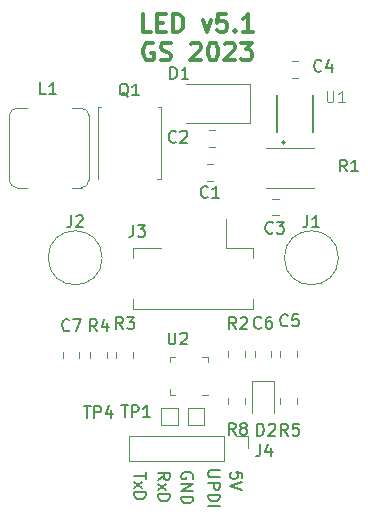
<source format=gbr>
%TF.GenerationSoftware,KiCad,Pcbnew,6.0.11-2627ca5db0~126~ubuntu22.04.1*%
%TF.CreationDate,2023-11-28T13:50:45+01:00*%
%TF.ProjectId,led_buck_3a,6c65645f-6275-4636-9b5f-33612e6b6963,rev?*%
%TF.SameCoordinates,Original*%
%TF.FileFunction,Legend,Top*%
%TF.FilePolarity,Positive*%
%FSLAX46Y46*%
G04 Gerber Fmt 4.6, Leading zero omitted, Abs format (unit mm)*
G04 Created by KiCad (PCBNEW 6.0.11-2627ca5db0~126~ubuntu22.04.1) date 2023-11-28 13:50:45*
%MOMM*%
%LPD*%
G01*
G04 APERTURE LIST*
%ADD10C,0.200000*%
%ADD11C,0.300000*%
%ADD12C,0.150000*%
%ADD13C,0.015000*%
%ADD14C,0.120000*%
%ADD15C,0.127000*%
G04 APERTURE END LIST*
D10*
X52257619Y-68006190D02*
X51448095Y-68006190D01*
X51352857Y-68053809D01*
X51305238Y-68101428D01*
X51257619Y-68196666D01*
X51257619Y-68387142D01*
X51305238Y-68482380D01*
X51352857Y-68530000D01*
X51448095Y-68577619D01*
X52257619Y-68577619D01*
X51257619Y-69053809D02*
X52257619Y-69053809D01*
X52257619Y-69434761D01*
X52210000Y-69530000D01*
X52162380Y-69577619D01*
X52067142Y-69625238D01*
X51924285Y-69625238D01*
X51829047Y-69577619D01*
X51781428Y-69530000D01*
X51733809Y-69434761D01*
X51733809Y-69053809D01*
X51257619Y-70053809D02*
X52257619Y-70053809D01*
X52257619Y-70291904D01*
X52210000Y-70434761D01*
X52114761Y-70530000D01*
X52019523Y-70577619D01*
X51829047Y-70625238D01*
X51686190Y-70625238D01*
X51495714Y-70577619D01*
X51400476Y-70530000D01*
X51305238Y-70434761D01*
X51257619Y-70291904D01*
X51257619Y-70053809D01*
X51257619Y-71053809D02*
X52257619Y-71053809D01*
X54137619Y-68669523D02*
X54137619Y-68193333D01*
X53661428Y-68145714D01*
X53709047Y-68193333D01*
X53756666Y-68288571D01*
X53756666Y-68526666D01*
X53709047Y-68621904D01*
X53661428Y-68669523D01*
X53566190Y-68717142D01*
X53328095Y-68717142D01*
X53232857Y-68669523D01*
X53185238Y-68621904D01*
X53137619Y-68526666D01*
X53137619Y-68288571D01*
X53185238Y-68193333D01*
X53232857Y-68145714D01*
X54137619Y-69002857D02*
X53137619Y-69336190D01*
X54137619Y-69669523D01*
D11*
X46457142Y-30871071D02*
X45742857Y-30871071D01*
X45742857Y-29371071D01*
X46957142Y-30085357D02*
X47457142Y-30085357D01*
X47671428Y-30871071D02*
X46957142Y-30871071D01*
X46957142Y-29371071D01*
X47671428Y-29371071D01*
X48314285Y-30871071D02*
X48314285Y-29371071D01*
X48671428Y-29371071D01*
X48885714Y-29442500D01*
X49028571Y-29585357D01*
X49100000Y-29728214D01*
X49171428Y-30013928D01*
X49171428Y-30228214D01*
X49100000Y-30513928D01*
X49028571Y-30656785D01*
X48885714Y-30799642D01*
X48671428Y-30871071D01*
X48314285Y-30871071D01*
X50814285Y-29871071D02*
X51171428Y-30871071D01*
X51528571Y-29871071D01*
X52814285Y-29371071D02*
X52100000Y-29371071D01*
X52028571Y-30085357D01*
X52100000Y-30013928D01*
X52242857Y-29942500D01*
X52600000Y-29942500D01*
X52742857Y-30013928D01*
X52814285Y-30085357D01*
X52885714Y-30228214D01*
X52885714Y-30585357D01*
X52814285Y-30728214D01*
X52742857Y-30799642D01*
X52600000Y-30871071D01*
X52242857Y-30871071D01*
X52100000Y-30799642D01*
X52028571Y-30728214D01*
X53528571Y-30728214D02*
X53600000Y-30799642D01*
X53528571Y-30871071D01*
X53457142Y-30799642D01*
X53528571Y-30728214D01*
X53528571Y-30871071D01*
X55028571Y-30871071D02*
X54171428Y-30871071D01*
X54600000Y-30871071D02*
X54600000Y-29371071D01*
X54457142Y-29585357D01*
X54314285Y-29728214D01*
X54171428Y-29799642D01*
X46600000Y-31857500D02*
X46457142Y-31786071D01*
X46242857Y-31786071D01*
X46028571Y-31857500D01*
X45885714Y-32000357D01*
X45814285Y-32143214D01*
X45742857Y-32428928D01*
X45742857Y-32643214D01*
X45814285Y-32928928D01*
X45885714Y-33071785D01*
X46028571Y-33214642D01*
X46242857Y-33286071D01*
X46385714Y-33286071D01*
X46600000Y-33214642D01*
X46671428Y-33143214D01*
X46671428Y-32643214D01*
X46385714Y-32643214D01*
X47242857Y-33214642D02*
X47457142Y-33286071D01*
X47814285Y-33286071D01*
X47957142Y-33214642D01*
X48028571Y-33143214D01*
X48100000Y-33000357D01*
X48100000Y-32857500D01*
X48028571Y-32714642D01*
X47957142Y-32643214D01*
X47814285Y-32571785D01*
X47528571Y-32500357D01*
X47385714Y-32428928D01*
X47314285Y-32357500D01*
X47242857Y-32214642D01*
X47242857Y-32071785D01*
X47314285Y-31928928D01*
X47385714Y-31857500D01*
X47528571Y-31786071D01*
X47885714Y-31786071D01*
X48100000Y-31857500D01*
X49814285Y-31928928D02*
X49885714Y-31857500D01*
X50028571Y-31786071D01*
X50385714Y-31786071D01*
X50528571Y-31857500D01*
X50600000Y-31928928D01*
X50671428Y-32071785D01*
X50671428Y-32214642D01*
X50600000Y-32428928D01*
X49742857Y-33286071D01*
X50671428Y-33286071D01*
X51600000Y-31786071D02*
X51742857Y-31786071D01*
X51885714Y-31857500D01*
X51957142Y-31928928D01*
X52028571Y-32071785D01*
X52100000Y-32357500D01*
X52100000Y-32714642D01*
X52028571Y-33000357D01*
X51957142Y-33143214D01*
X51885714Y-33214642D01*
X51742857Y-33286071D01*
X51600000Y-33286071D01*
X51457142Y-33214642D01*
X51385714Y-33143214D01*
X51314285Y-33000357D01*
X51242857Y-32714642D01*
X51242857Y-32357500D01*
X51314285Y-32071785D01*
X51385714Y-31928928D01*
X51457142Y-31857500D01*
X51600000Y-31786071D01*
X52671428Y-31928928D02*
X52742857Y-31857500D01*
X52885714Y-31786071D01*
X53242857Y-31786071D01*
X53385714Y-31857500D01*
X53457142Y-31928928D01*
X53528571Y-32071785D01*
X53528571Y-32214642D01*
X53457142Y-32428928D01*
X52600000Y-33286071D01*
X53528571Y-33286071D01*
X54028571Y-31786071D02*
X54957142Y-31786071D01*
X54457142Y-32357500D01*
X54671428Y-32357500D01*
X54814285Y-32428928D01*
X54885714Y-32500357D01*
X54957142Y-32643214D01*
X54957142Y-33000357D01*
X54885714Y-33143214D01*
X54814285Y-33214642D01*
X54671428Y-33286071D01*
X54242857Y-33286071D01*
X54100000Y-33214642D01*
X54028571Y-33143214D01*
D10*
X47017619Y-68794761D02*
X47493809Y-68461428D01*
X47017619Y-68223333D02*
X48017619Y-68223333D01*
X48017619Y-68604285D01*
X47970000Y-68699523D01*
X47922380Y-68747142D01*
X47827142Y-68794761D01*
X47684285Y-68794761D01*
X47589047Y-68747142D01*
X47541428Y-68699523D01*
X47493809Y-68604285D01*
X47493809Y-68223333D01*
X47017619Y-69128095D02*
X47684285Y-69651904D01*
X47684285Y-69128095D02*
X47017619Y-69651904D01*
X47017619Y-70032857D02*
X48017619Y-70032857D01*
X48017619Y-70270952D01*
X47970000Y-70413809D01*
X47874761Y-70509047D01*
X47779523Y-70556666D01*
X47589047Y-70604285D01*
X47446190Y-70604285D01*
X47255714Y-70556666D01*
X47160476Y-70509047D01*
X47065238Y-70413809D01*
X47017619Y-70270952D01*
X47017619Y-70032857D01*
X45997619Y-68159523D02*
X45997619Y-68730952D01*
X44997619Y-68445238D02*
X45997619Y-68445238D01*
X44997619Y-68969047D02*
X45664285Y-69492857D01*
X45664285Y-68969047D02*
X44997619Y-69492857D01*
X44997619Y-69873809D02*
X45997619Y-69873809D01*
X45997619Y-70111904D01*
X45950000Y-70254761D01*
X45854761Y-70350000D01*
X45759523Y-70397619D01*
X45569047Y-70445238D01*
X45426190Y-70445238D01*
X45235714Y-70397619D01*
X45140476Y-70350000D01*
X45045238Y-70254761D01*
X44997619Y-70111904D01*
X44997619Y-69873809D01*
X49940000Y-68698095D02*
X49987619Y-68602857D01*
X49987619Y-68460000D01*
X49940000Y-68317142D01*
X49844761Y-68221904D01*
X49749523Y-68174285D01*
X49559047Y-68126666D01*
X49416190Y-68126666D01*
X49225714Y-68174285D01*
X49130476Y-68221904D01*
X49035238Y-68317142D01*
X48987619Y-68460000D01*
X48987619Y-68555238D01*
X49035238Y-68698095D01*
X49082857Y-68745714D01*
X49416190Y-68745714D01*
X49416190Y-68555238D01*
X48987619Y-69174285D02*
X49987619Y-69174285D01*
X48987619Y-69745714D01*
X49987619Y-69745714D01*
X48987619Y-70221904D02*
X49987619Y-70221904D01*
X49987619Y-70460000D01*
X49940000Y-70602857D01*
X49844761Y-70698095D01*
X49749523Y-70745714D01*
X49559047Y-70793333D01*
X49416190Y-70793333D01*
X49225714Y-70745714D01*
X49130476Y-70698095D01*
X49035238Y-70602857D01*
X48987619Y-70460000D01*
X48987619Y-70221904D01*
D12*
%TO.C,C4*%
X60849333Y-34151142D02*
X60801714Y-34198761D01*
X60658857Y-34246380D01*
X60563619Y-34246380D01*
X60420761Y-34198761D01*
X60325523Y-34103523D01*
X60277904Y-34008285D01*
X60230285Y-33817809D01*
X60230285Y-33674952D01*
X60277904Y-33484476D01*
X60325523Y-33389238D01*
X60420761Y-33294000D01*
X60563619Y-33246380D01*
X60658857Y-33246380D01*
X60801714Y-33294000D01*
X60849333Y-33341619D01*
X61706476Y-33579714D02*
X61706476Y-34246380D01*
X61468380Y-33198761D02*
X61230285Y-33913047D01*
X61849333Y-33913047D01*
%TO.C,C5*%
X57993333Y-55707142D02*
X57945714Y-55754761D01*
X57802857Y-55802380D01*
X57707619Y-55802380D01*
X57564761Y-55754761D01*
X57469523Y-55659523D01*
X57421904Y-55564285D01*
X57374285Y-55373809D01*
X57374285Y-55230952D01*
X57421904Y-55040476D01*
X57469523Y-54945238D01*
X57564761Y-54850000D01*
X57707619Y-54802380D01*
X57802857Y-54802380D01*
X57945714Y-54850000D01*
X57993333Y-54897619D01*
X58898095Y-54802380D02*
X58421904Y-54802380D01*
X58374285Y-55278571D01*
X58421904Y-55230952D01*
X58517142Y-55183333D01*
X58755238Y-55183333D01*
X58850476Y-55230952D01*
X58898095Y-55278571D01*
X58945714Y-55373809D01*
X58945714Y-55611904D01*
X58898095Y-55707142D01*
X58850476Y-55754761D01*
X58755238Y-55802380D01*
X58517142Y-55802380D01*
X58421904Y-55754761D01*
X58374285Y-55707142D01*
%TO.C,D1*%
X48061904Y-34852380D02*
X48061904Y-33852380D01*
X48300000Y-33852380D01*
X48442857Y-33900000D01*
X48538095Y-33995238D01*
X48585714Y-34090476D01*
X48633333Y-34280952D01*
X48633333Y-34423809D01*
X48585714Y-34614285D01*
X48538095Y-34709523D01*
X48442857Y-34804761D01*
X48300000Y-34852380D01*
X48061904Y-34852380D01*
X49585714Y-34852380D02*
X49014285Y-34852380D01*
X49300000Y-34852380D02*
X49300000Y-33852380D01*
X49204761Y-33995238D01*
X49109523Y-34090476D01*
X49014285Y-34138095D01*
%TO.C,D2*%
X55421904Y-65052380D02*
X55421904Y-64052380D01*
X55660000Y-64052380D01*
X55802857Y-64100000D01*
X55898095Y-64195238D01*
X55945714Y-64290476D01*
X55993333Y-64480952D01*
X55993333Y-64623809D01*
X55945714Y-64814285D01*
X55898095Y-64909523D01*
X55802857Y-65004761D01*
X55660000Y-65052380D01*
X55421904Y-65052380D01*
X56374285Y-64147619D02*
X56421904Y-64100000D01*
X56517142Y-64052380D01*
X56755238Y-64052380D01*
X56850476Y-64100000D01*
X56898095Y-64147619D01*
X56945714Y-64242857D01*
X56945714Y-64338095D01*
X56898095Y-64480952D01*
X56326666Y-65052380D01*
X56945714Y-65052380D01*
%TO.C,R2*%
X53633333Y-56032380D02*
X53300000Y-55556190D01*
X53061904Y-56032380D02*
X53061904Y-55032380D01*
X53442857Y-55032380D01*
X53538095Y-55080000D01*
X53585714Y-55127619D01*
X53633333Y-55222857D01*
X53633333Y-55365714D01*
X53585714Y-55460952D01*
X53538095Y-55508571D01*
X53442857Y-55556190D01*
X53061904Y-55556190D01*
X54014285Y-55127619D02*
X54061904Y-55080000D01*
X54157142Y-55032380D01*
X54395238Y-55032380D01*
X54490476Y-55080000D01*
X54538095Y-55127619D01*
X54585714Y-55222857D01*
X54585714Y-55318095D01*
X54538095Y-55460952D01*
X53966666Y-56032380D01*
X54585714Y-56032380D01*
%TO.C,R3*%
X44044833Y-56033880D02*
X43711500Y-55557690D01*
X43473404Y-56033880D02*
X43473404Y-55033880D01*
X43854357Y-55033880D01*
X43949595Y-55081500D01*
X43997214Y-55129119D01*
X44044833Y-55224357D01*
X44044833Y-55367214D01*
X43997214Y-55462452D01*
X43949595Y-55510071D01*
X43854357Y-55557690D01*
X43473404Y-55557690D01*
X44378166Y-55033880D02*
X44997214Y-55033880D01*
X44663880Y-55414833D01*
X44806738Y-55414833D01*
X44901976Y-55462452D01*
X44949595Y-55510071D01*
X44997214Y-55605309D01*
X44997214Y-55843404D01*
X44949595Y-55938642D01*
X44901976Y-55986261D01*
X44806738Y-56033880D01*
X44521023Y-56033880D01*
X44425785Y-55986261D01*
X44378166Y-55938642D01*
%TO.C,R4*%
X41853333Y-56212380D02*
X41520000Y-55736190D01*
X41281904Y-56212380D02*
X41281904Y-55212380D01*
X41662857Y-55212380D01*
X41758095Y-55260000D01*
X41805714Y-55307619D01*
X41853333Y-55402857D01*
X41853333Y-55545714D01*
X41805714Y-55640952D01*
X41758095Y-55688571D01*
X41662857Y-55736190D01*
X41281904Y-55736190D01*
X42710476Y-55545714D02*
X42710476Y-56212380D01*
X42472380Y-55164761D02*
X42234285Y-55879047D01*
X42853333Y-55879047D01*
%TO.C,R5*%
X58023333Y-65054880D02*
X57690000Y-64578690D01*
X57451904Y-65054880D02*
X57451904Y-64054880D01*
X57832857Y-64054880D01*
X57928095Y-64102500D01*
X57975714Y-64150119D01*
X58023333Y-64245357D01*
X58023333Y-64388214D01*
X57975714Y-64483452D01*
X57928095Y-64531071D01*
X57832857Y-64578690D01*
X57451904Y-64578690D01*
X58928095Y-64054880D02*
X58451904Y-64054880D01*
X58404285Y-64531071D01*
X58451904Y-64483452D01*
X58547142Y-64435833D01*
X58785238Y-64435833D01*
X58880476Y-64483452D01*
X58928095Y-64531071D01*
X58975714Y-64626309D01*
X58975714Y-64864404D01*
X58928095Y-64959642D01*
X58880476Y-65007261D01*
X58785238Y-65054880D01*
X58547142Y-65054880D01*
X58451904Y-65007261D01*
X58404285Y-64959642D01*
%TO.C,U2*%
X47918095Y-56332380D02*
X47918095Y-57141904D01*
X47965714Y-57237142D01*
X48013333Y-57284761D01*
X48108571Y-57332380D01*
X48299047Y-57332380D01*
X48394285Y-57284761D01*
X48441904Y-57237142D01*
X48489523Y-57141904D01*
X48489523Y-56332380D01*
X48918095Y-56427619D02*
X48965714Y-56380000D01*
X49060952Y-56332380D01*
X49299047Y-56332380D01*
X49394285Y-56380000D01*
X49441904Y-56427619D01*
X49489523Y-56522857D01*
X49489523Y-56618095D01*
X49441904Y-56760952D01*
X48870476Y-57332380D01*
X49489523Y-57332380D01*
%TO.C,J3*%
X44916666Y-47222380D02*
X44916666Y-47936666D01*
X44869047Y-48079523D01*
X44773809Y-48174761D01*
X44630952Y-48222380D01*
X44535714Y-48222380D01*
X45297619Y-47222380D02*
X45916666Y-47222380D01*
X45583333Y-47603333D01*
X45726190Y-47603333D01*
X45821428Y-47650952D01*
X45869047Y-47698571D01*
X45916666Y-47793809D01*
X45916666Y-48031904D01*
X45869047Y-48127142D01*
X45821428Y-48174761D01*
X45726190Y-48222380D01*
X45440476Y-48222380D01*
X45345238Y-48174761D01*
X45297619Y-48127142D01*
D13*
%TO.C,U1*%
X61288095Y-35852380D02*
X61288095Y-36661904D01*
X61335714Y-36757142D01*
X61383333Y-36804761D01*
X61478571Y-36852380D01*
X61669047Y-36852380D01*
X61764285Y-36804761D01*
X61811904Y-36757142D01*
X61859523Y-36661904D01*
X61859523Y-35852380D01*
X62859523Y-36852380D02*
X62288095Y-36852380D01*
X62573809Y-36852380D02*
X62573809Y-35852380D01*
X62478571Y-35995238D01*
X62383333Y-36090476D01*
X62288095Y-36138095D01*
D12*
%TO.C,C6*%
X55747333Y-55901142D02*
X55699714Y-55948761D01*
X55556857Y-55996380D01*
X55461619Y-55996380D01*
X55318761Y-55948761D01*
X55223523Y-55853523D01*
X55175904Y-55758285D01*
X55128285Y-55567809D01*
X55128285Y-55424952D01*
X55175904Y-55234476D01*
X55223523Y-55139238D01*
X55318761Y-55044000D01*
X55461619Y-54996380D01*
X55556857Y-54996380D01*
X55699714Y-55044000D01*
X55747333Y-55091619D01*
X56604476Y-54996380D02*
X56414000Y-54996380D01*
X56318761Y-55044000D01*
X56271142Y-55091619D01*
X56175904Y-55234476D01*
X56128285Y-55424952D01*
X56128285Y-55805904D01*
X56175904Y-55901142D01*
X56223523Y-55948761D01*
X56318761Y-55996380D01*
X56509238Y-55996380D01*
X56604476Y-55948761D01*
X56652095Y-55901142D01*
X56699714Y-55805904D01*
X56699714Y-55567809D01*
X56652095Y-55472571D01*
X56604476Y-55424952D01*
X56509238Y-55377333D01*
X56318761Y-55377333D01*
X56223523Y-55424952D01*
X56175904Y-55472571D01*
X56128285Y-55567809D01*
%TO.C,L1*%
X37533333Y-36152380D02*
X37057142Y-36152380D01*
X37057142Y-35152380D01*
X38390476Y-36152380D02*
X37819047Y-36152380D01*
X38104761Y-36152380D02*
X38104761Y-35152380D01*
X38009523Y-35295238D01*
X37914285Y-35390476D01*
X37819047Y-35438095D01*
%TO.C,C1*%
X51233333Y-44837142D02*
X51185714Y-44884761D01*
X51042857Y-44932380D01*
X50947619Y-44932380D01*
X50804761Y-44884761D01*
X50709523Y-44789523D01*
X50661904Y-44694285D01*
X50614285Y-44503809D01*
X50614285Y-44360952D01*
X50661904Y-44170476D01*
X50709523Y-44075238D01*
X50804761Y-43980000D01*
X50947619Y-43932380D01*
X51042857Y-43932380D01*
X51185714Y-43980000D01*
X51233333Y-44027619D01*
X52185714Y-44932380D02*
X51614285Y-44932380D01*
X51900000Y-44932380D02*
X51900000Y-43932380D01*
X51804761Y-44075238D01*
X51709523Y-44170476D01*
X51614285Y-44218095D01*
%TO.C,C7*%
X39513333Y-56117142D02*
X39465714Y-56164761D01*
X39322857Y-56212380D01*
X39227619Y-56212380D01*
X39084761Y-56164761D01*
X38989523Y-56069523D01*
X38941904Y-55974285D01*
X38894285Y-55783809D01*
X38894285Y-55640952D01*
X38941904Y-55450476D01*
X38989523Y-55355238D01*
X39084761Y-55260000D01*
X39227619Y-55212380D01*
X39322857Y-55212380D01*
X39465714Y-55260000D01*
X39513333Y-55307619D01*
X39846666Y-55212380D02*
X40513333Y-55212380D01*
X40084761Y-56212380D01*
%TO.C,R1*%
X63013333Y-42688380D02*
X62680000Y-42212190D01*
X62441904Y-42688380D02*
X62441904Y-41688380D01*
X62822857Y-41688380D01*
X62918095Y-41736000D01*
X62965714Y-41783619D01*
X63013333Y-41878857D01*
X63013333Y-42021714D01*
X62965714Y-42116952D01*
X62918095Y-42164571D01*
X62822857Y-42212190D01*
X62441904Y-42212190D01*
X63965714Y-42688380D02*
X63394285Y-42688380D01*
X63680000Y-42688380D02*
X63680000Y-41688380D01*
X63584761Y-41831238D01*
X63489523Y-41926476D01*
X63394285Y-41974095D01*
%TO.C,C2*%
X48533333Y-40157142D02*
X48485714Y-40204761D01*
X48342857Y-40252380D01*
X48247619Y-40252380D01*
X48104761Y-40204761D01*
X48009523Y-40109523D01*
X47961904Y-40014285D01*
X47914285Y-39823809D01*
X47914285Y-39680952D01*
X47961904Y-39490476D01*
X48009523Y-39395238D01*
X48104761Y-39300000D01*
X48247619Y-39252380D01*
X48342857Y-39252380D01*
X48485714Y-39300000D01*
X48533333Y-39347619D01*
X48914285Y-39347619D02*
X48961904Y-39300000D01*
X49057142Y-39252380D01*
X49295238Y-39252380D01*
X49390476Y-39300000D01*
X49438095Y-39347619D01*
X49485714Y-39442857D01*
X49485714Y-39538095D01*
X49438095Y-39680952D01*
X48866666Y-40252380D01*
X49485714Y-40252380D01*
%TO.C,Q1*%
X44504761Y-36347619D02*
X44409523Y-36300000D01*
X44314285Y-36204761D01*
X44171428Y-36061904D01*
X44076190Y-36014285D01*
X43980952Y-36014285D01*
X44028571Y-36252380D02*
X43933333Y-36204761D01*
X43838095Y-36109523D01*
X43790476Y-35919047D01*
X43790476Y-35585714D01*
X43838095Y-35395238D01*
X43933333Y-35300000D01*
X44028571Y-35252380D01*
X44219047Y-35252380D01*
X44314285Y-35300000D01*
X44409523Y-35395238D01*
X44457142Y-35585714D01*
X44457142Y-35919047D01*
X44409523Y-36109523D01*
X44314285Y-36204761D01*
X44219047Y-36252380D01*
X44028571Y-36252380D01*
X45409523Y-36252380D02*
X44838095Y-36252380D01*
X45123809Y-36252380D02*
X45123809Y-35252380D01*
X45028571Y-35395238D01*
X44933333Y-35490476D01*
X44838095Y-35538095D01*
%TO.C,R8*%
X53583333Y-65002380D02*
X53250000Y-64526190D01*
X53011904Y-65002380D02*
X53011904Y-64002380D01*
X53392857Y-64002380D01*
X53488095Y-64050000D01*
X53535714Y-64097619D01*
X53583333Y-64192857D01*
X53583333Y-64335714D01*
X53535714Y-64430952D01*
X53488095Y-64478571D01*
X53392857Y-64526190D01*
X53011904Y-64526190D01*
X54154761Y-64430952D02*
X54059523Y-64383333D01*
X54011904Y-64335714D01*
X53964285Y-64240476D01*
X53964285Y-64192857D01*
X54011904Y-64097619D01*
X54059523Y-64050000D01*
X54154761Y-64002380D01*
X54345238Y-64002380D01*
X54440476Y-64050000D01*
X54488095Y-64097619D01*
X54535714Y-64192857D01*
X54535714Y-64240476D01*
X54488095Y-64335714D01*
X54440476Y-64383333D01*
X54345238Y-64430952D01*
X54154761Y-64430952D01*
X54059523Y-64478571D01*
X54011904Y-64526190D01*
X53964285Y-64621428D01*
X53964285Y-64811904D01*
X54011904Y-64907142D01*
X54059523Y-64954761D01*
X54154761Y-65002380D01*
X54345238Y-65002380D01*
X54440476Y-64954761D01*
X54488095Y-64907142D01*
X54535714Y-64811904D01*
X54535714Y-64621428D01*
X54488095Y-64526190D01*
X54440476Y-64478571D01*
X54345238Y-64430952D01*
%TO.C,C3*%
X56733333Y-47857142D02*
X56685714Y-47904761D01*
X56542857Y-47952380D01*
X56447619Y-47952380D01*
X56304761Y-47904761D01*
X56209523Y-47809523D01*
X56161904Y-47714285D01*
X56114285Y-47523809D01*
X56114285Y-47380952D01*
X56161904Y-47190476D01*
X56209523Y-47095238D01*
X56304761Y-47000000D01*
X56447619Y-46952380D01*
X56542857Y-46952380D01*
X56685714Y-47000000D01*
X56733333Y-47047619D01*
X57066666Y-46952380D02*
X57685714Y-46952380D01*
X57352380Y-47333333D01*
X57495238Y-47333333D01*
X57590476Y-47380952D01*
X57638095Y-47428571D01*
X57685714Y-47523809D01*
X57685714Y-47761904D01*
X57638095Y-47857142D01*
X57590476Y-47904761D01*
X57495238Y-47952380D01*
X57209523Y-47952380D01*
X57114285Y-47904761D01*
X57066666Y-47857142D01*
%TO.C,TP1*%
X43900095Y-62498380D02*
X44471523Y-62498380D01*
X44185809Y-63498380D02*
X44185809Y-62498380D01*
X44804857Y-63498380D02*
X44804857Y-62498380D01*
X45185809Y-62498380D01*
X45281047Y-62546000D01*
X45328666Y-62593619D01*
X45376285Y-62688857D01*
X45376285Y-62831714D01*
X45328666Y-62926952D01*
X45281047Y-62974571D01*
X45185809Y-63022190D01*
X44804857Y-63022190D01*
X46328666Y-63498380D02*
X45757238Y-63498380D01*
X46042952Y-63498380D02*
X46042952Y-62498380D01*
X45947714Y-62641238D01*
X45852476Y-62736476D01*
X45757238Y-62784095D01*
%TO.C,J4*%
X55686666Y-65792380D02*
X55686666Y-66506666D01*
X55639047Y-66649523D01*
X55543809Y-66744761D01*
X55400952Y-66792380D01*
X55305714Y-66792380D01*
X56591428Y-66125714D02*
X56591428Y-66792380D01*
X56353333Y-65744761D02*
X56115238Y-66459047D01*
X56734285Y-66459047D01*
%TO.C,TP4*%
X40732095Y-62548380D02*
X41303523Y-62548380D01*
X41017809Y-63548380D02*
X41017809Y-62548380D01*
X41636857Y-63548380D02*
X41636857Y-62548380D01*
X42017809Y-62548380D01*
X42113047Y-62596000D01*
X42160666Y-62643619D01*
X42208285Y-62738857D01*
X42208285Y-62881714D01*
X42160666Y-62976952D01*
X42113047Y-63024571D01*
X42017809Y-63072190D01*
X41636857Y-63072190D01*
X43065428Y-62881714D02*
X43065428Y-63548380D01*
X42827333Y-62500761D02*
X42589238Y-63215047D01*
X43208285Y-63215047D01*
%TO.C,J1*%
X59666666Y-46404380D02*
X59666666Y-47118666D01*
X59619047Y-47261523D01*
X59523809Y-47356761D01*
X59380952Y-47404380D01*
X59285714Y-47404380D01*
X60666666Y-47404380D02*
X60095238Y-47404380D01*
X60380952Y-47404380D02*
X60380952Y-46404380D01*
X60285714Y-46547238D01*
X60190476Y-46642476D01*
X60095238Y-46690095D01*
%TO.C,J2*%
X39666666Y-46404380D02*
X39666666Y-47118666D01*
X39619047Y-47261523D01*
X39523809Y-47356761D01*
X39380952Y-47404380D01*
X39285714Y-47404380D01*
X40095238Y-46499619D02*
X40142857Y-46452000D01*
X40238095Y-46404380D01*
X40476190Y-46404380D01*
X40571428Y-46452000D01*
X40619047Y-46499619D01*
X40666666Y-46594857D01*
X40666666Y-46690095D01*
X40619047Y-46832952D01*
X40047619Y-47404380D01*
X40666666Y-47404380D01*
D14*
%TO.C,C4*%
X58341422Y-34750000D02*
X58858578Y-34750000D01*
X58341422Y-33330000D02*
X58858578Y-33330000D01*
%TO.C,C5*%
X57330000Y-58401078D02*
X57330000Y-57883922D01*
X58750000Y-58401078D02*
X58750000Y-57883922D01*
%TO.C,D1*%
X54800000Y-38550000D02*
X54800000Y-35250000D01*
X54800000Y-35250000D02*
X49400000Y-35250000D01*
X54800000Y-38550000D02*
X49400000Y-38550000D01*
%TO.C,D2*%
X56860000Y-60437500D02*
X54940000Y-60437500D01*
X54940000Y-60437500D02*
X54940000Y-63122500D01*
X56860000Y-63122500D02*
X56860000Y-60437500D01*
%TO.C,R2*%
X54380000Y-58411078D02*
X54380000Y-57893922D01*
X52960000Y-58411078D02*
X52960000Y-57893922D01*
%TO.C,R3*%
X43497500Y-57938922D02*
X43497500Y-58456078D01*
X44917500Y-57938922D02*
X44917500Y-58456078D01*
%TO.C,R4*%
X42697500Y-58476078D02*
X42697500Y-57958922D01*
X41277500Y-58476078D02*
X41277500Y-57958922D01*
%TO.C,R5*%
X57380000Y-62398578D02*
X57380000Y-61881422D01*
X58800000Y-62398578D02*
X58800000Y-61881422D01*
%TO.C,U2*%
X48460000Y-58380000D02*
X48010000Y-58380000D01*
X50780000Y-58380000D02*
X51230000Y-58380000D01*
X51230000Y-58380000D02*
X51230000Y-58830000D01*
X48010000Y-58380000D02*
X48010000Y-58830000D01*
X50780000Y-61600000D02*
X51230000Y-61600000D01*
X48010000Y-61600000D02*
X48010000Y-61150000D01*
X48460000Y-61600000D02*
X48010000Y-61600000D01*
%TO.C,J3*%
X55085000Y-49140000D02*
X52760000Y-49140000D01*
X55085000Y-49990000D02*
X55085000Y-49140000D01*
X55085000Y-53510000D02*
X55085000Y-54360000D01*
X44915000Y-54360000D02*
X44915000Y-53510000D01*
X44915000Y-49140000D02*
X47240000Y-49140000D01*
X44915000Y-49990000D02*
X44915000Y-49140000D01*
X55085000Y-54360000D02*
X44915000Y-54360000D01*
X52760000Y-49140000D02*
X52760000Y-46750000D01*
D15*
%TO.C,U1*%
X57050000Y-39350000D02*
X57050000Y-36250000D01*
X60150000Y-39350000D02*
X60150000Y-36250000D01*
D10*
X57750000Y-40245000D02*
G75*
G03*
X57750000Y-40245000I-100000J0D01*
G01*
D14*
%TO.C,C6*%
X56624000Y-58402578D02*
X56624000Y-57885422D01*
X55204000Y-58402578D02*
X55204000Y-57885422D01*
%TO.C,L1*%
X41160000Y-37950000D02*
X41160000Y-43450000D01*
X35900000Y-44060000D02*
X35050000Y-44060000D01*
X39700000Y-37340000D02*
X40550000Y-37340000D01*
X35050000Y-37340000D02*
X35900000Y-37340000D01*
X40550000Y-44060000D02*
X39700000Y-44060000D01*
X34440000Y-43450000D02*
X34440000Y-37950000D01*
X40550000Y-44060000D02*
G75*
G03*
X41160000Y-43450000I0J610000D01*
G01*
X34440000Y-43450000D02*
G75*
G03*
X35050000Y-44060000I610000J0D01*
G01*
X35050000Y-37340000D02*
G75*
G03*
X34440000Y-37950000I0J-610000D01*
G01*
X41160000Y-37950000D02*
G75*
G03*
X40550000Y-37340000I-610000J0D01*
G01*
%TO.C,C1*%
X51661252Y-42065000D02*
X51138748Y-42065000D01*
X51661252Y-43535000D02*
X51138748Y-43535000D01*
%TO.C,C7*%
X40357500Y-58483578D02*
X40357500Y-57966422D01*
X38937500Y-58483578D02*
X38937500Y-57966422D01*
%TO.C,R1*%
X60252064Y-44110000D02*
X56147936Y-44110000D01*
X60252064Y-40690000D02*
X56147936Y-40690000D01*
%TO.C,C2*%
X51858578Y-40610000D02*
X51341422Y-40610000D01*
X51858578Y-39190000D02*
X51341422Y-39190000D01*
%TO.C,Q1*%
X46935000Y-43360000D02*
X47285000Y-43360000D01*
X46985000Y-37240000D02*
X47285000Y-37240000D01*
X47285000Y-37240000D02*
X47285000Y-43360000D01*
X42215000Y-37240000D02*
X41915000Y-37240000D01*
X41915000Y-37240000D02*
X41915000Y-43360000D01*
%TO.C,R8*%
X54400000Y-61861422D02*
X54400000Y-62378578D01*
X52980000Y-61861422D02*
X52980000Y-62378578D01*
%TO.C,C3*%
X56703922Y-44990000D02*
X57221078Y-44990000D01*
X56703922Y-46410000D02*
X57221078Y-46410000D01*
%TO.C,TP1*%
X50950000Y-62750000D02*
X50950000Y-64150000D01*
X50950000Y-64150000D02*
X49550000Y-64150000D01*
X49550000Y-64150000D02*
X49550000Y-62750000D01*
X49550000Y-62750000D02*
X50950000Y-62750000D01*
%TO.C,J4*%
X52610000Y-65070000D02*
X52610000Y-67190000D01*
X54670000Y-65070000D02*
X54670000Y-66130000D01*
X44550000Y-65070000D02*
X44550000Y-67190000D01*
X53610000Y-65070000D02*
X54670000Y-65070000D01*
X52610000Y-65070000D02*
X44550000Y-65070000D01*
X52610000Y-67190000D02*
X44550000Y-67190000D01*
%TO.C,TP4*%
X47300000Y-64150000D02*
X47300000Y-62750000D01*
X48700000Y-62750000D02*
X48700000Y-64150000D01*
X48700000Y-64150000D02*
X47300000Y-64150000D01*
X47300000Y-62750000D02*
X48700000Y-62750000D01*
%TO.C,J1*%
X62286000Y-50000000D02*
G75*
G03*
X62286000Y-50000000I-2286000J0D01*
G01*
%TO.C,J2*%
X42286000Y-50000000D02*
G75*
G03*
X42286000Y-50000000I-2286000J0D01*
G01*
%TD*%
M02*

</source>
